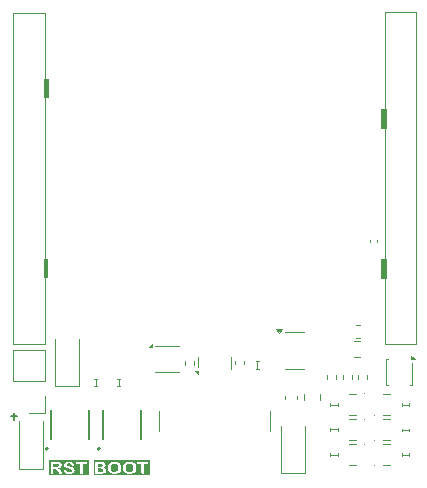
<source format=gto>
%TF.GenerationSoftware,KiCad,Pcbnew,9.0.1*%
%TF.CreationDate,2025-12-21T16:37:51-06:00*%
%TF.ProjectId,ProtoCarrier_v1,50726f74-6f43-4617-9272-6965725f7631,rev?*%
%TF.SameCoordinates,Original*%
%TF.FileFunction,Legend,Top*%
%TF.FilePolarity,Positive*%
%FSLAX46Y46*%
G04 Gerber Fmt 4.6, Leading zero omitted, Abs format (unit mm)*
G04 Created by KiCad (PCBNEW 9.0.1) date 2025-12-21 16:37:51*
%MOMM*%
%LPD*%
G01*
G04 APERTURE LIST*
%ADD10C,0.150000*%
%ADD11C,0.200000*%
%ADD12C,0.120000*%
%ADD13C,0.100000*%
%ADD14C,0.127000*%
G04 APERTURE END LIST*
D10*
X133043750Y-114950000D02*
X133043750Y-114400000D01*
X132781250Y-114675000D02*
X133318750Y-114675000D01*
D11*
G36*
X141605512Y-118675005D02*
G01*
X141662709Y-118688784D01*
X141714680Y-118711420D01*
X141760241Y-118742533D01*
X141798771Y-118782585D01*
X141830543Y-118832930D01*
X141852430Y-118887598D01*
X141866255Y-118950540D01*
X141871130Y-119023135D01*
X141865719Y-119101655D01*
X141850583Y-119167613D01*
X141826961Y-119222986D01*
X141793020Y-119273737D01*
X141753549Y-119313143D01*
X141708360Y-119342787D01*
X141657206Y-119364270D01*
X141603061Y-119377141D01*
X141545029Y-119381500D01*
X141477730Y-119375775D01*
X141417510Y-119359091D01*
X141363232Y-119331296D01*
X141314567Y-119291435D01*
X141275634Y-119241635D01*
X141245120Y-119177313D01*
X141226898Y-119105958D01*
X141220473Y-119023135D01*
X141226909Y-118941040D01*
X141245120Y-118870727D01*
X141275167Y-118807413D01*
X141312250Y-118759352D01*
X141358942Y-118720928D01*
X141413577Y-118693040D01*
X141474482Y-118676064D01*
X141541869Y-118670265D01*
X141605512Y-118675005D01*
G37*
G36*
X142879580Y-118675005D02*
G01*
X142936777Y-118688784D01*
X142988748Y-118711420D01*
X143034309Y-118742533D01*
X143072840Y-118782585D01*
X143104611Y-118832930D01*
X143126498Y-118887598D01*
X143140324Y-118950540D01*
X143145198Y-119023135D01*
X143139787Y-119101655D01*
X143124651Y-119167613D01*
X143101030Y-119222986D01*
X143067089Y-119273737D01*
X143027618Y-119313143D01*
X142982428Y-119342787D01*
X142931275Y-119364270D01*
X142877130Y-119377141D01*
X142819097Y-119381500D01*
X142751798Y-119375775D01*
X142691578Y-119359091D01*
X142637301Y-119331296D01*
X142588636Y-119291435D01*
X142549702Y-119241635D01*
X142519188Y-119177313D01*
X142500966Y-119105958D01*
X142494541Y-119023135D01*
X142500977Y-118941040D01*
X142519188Y-118870727D01*
X142549236Y-118807413D01*
X142586318Y-118759352D01*
X142633011Y-118720928D01*
X142687646Y-118693040D01*
X142748550Y-118676064D01*
X142815937Y-118670265D01*
X142879580Y-118675005D01*
G37*
G36*
X140432860Y-119089007D02*
G01*
X140491773Y-119100879D01*
X140534074Y-119118267D01*
X140567033Y-119144623D01*
X140587230Y-119179872D01*
X140594533Y-119227016D01*
X140588261Y-119271089D01*
X140570718Y-119305635D01*
X140542101Y-119332966D01*
X140500358Y-119354043D01*
X140441542Y-119368286D01*
X140360280Y-119373684D01*
X140111912Y-119373684D01*
X140111912Y-119084501D01*
X140352415Y-119084501D01*
X140432860Y-119089007D01*
G37*
G36*
X140384111Y-118685362D02*
G01*
X140444895Y-118694101D01*
X140486956Y-118706474D01*
X140520106Y-118727472D01*
X140540579Y-118759069D01*
X140548188Y-118805270D01*
X140543272Y-118838640D01*
X140528808Y-118868224D01*
X140509597Y-118892022D01*
X140485908Y-118909692D01*
X140457113Y-118921896D01*
X140405103Y-118931934D01*
X140323344Y-118936001D01*
X140111912Y-118936001D01*
X140111912Y-118681988D01*
X140299048Y-118681988D01*
X140384111Y-118685362D01*
G37*
G36*
X144533607Y-119656742D02*
G01*
X139763037Y-119656742D01*
X139763037Y-118651824D01*
X139874148Y-118651824D01*
X139874148Y-118936001D01*
X139874148Y-119373684D01*
X139874148Y-119403848D01*
X139878498Y-119446726D01*
X139890026Y-119477715D01*
X139907362Y-119499774D01*
X139931967Y-119515498D01*
X139967500Y-119526003D01*
X140017818Y-119530000D01*
X140369689Y-119530000D01*
X140458181Y-119527885D01*
X140529510Y-119522123D01*
X140595604Y-119511037D01*
X140651060Y-119494951D01*
X140703798Y-119469350D01*
X140748364Y-119436179D01*
X140785601Y-119394811D01*
X140813181Y-119347980D01*
X140829793Y-119297486D01*
X140835457Y-119242342D01*
X140829072Y-119183832D01*
X140810879Y-119134105D01*
X140781405Y-119091403D01*
X140739925Y-119054553D01*
X140684623Y-119023135D01*
X140979478Y-119023135D01*
X140983691Y-119097962D01*
X140996017Y-119167895D01*
X141016133Y-119233489D01*
X141045019Y-119296249D01*
X141081186Y-119351545D01*
X141124623Y-119400184D01*
X141175853Y-119442497D01*
X141235245Y-119478255D01*
X141303753Y-119507590D01*
X141376508Y-119528305D01*
X141457057Y-119541169D01*
X141546574Y-119545631D01*
X141636719Y-119541257D01*
X141716971Y-119528710D01*
X141788621Y-119508628D01*
X141856077Y-119479938D01*
X141915249Y-119444331D01*
X141966980Y-119401589D01*
X142010995Y-119352540D01*
X142047245Y-119297650D01*
X142075820Y-119236236D01*
X142095606Y-119171959D01*
X142107882Y-119101645D01*
X142112124Y-119024539D01*
X142112017Y-119023135D01*
X142253547Y-119023135D01*
X142257759Y-119097962D01*
X142270086Y-119167895D01*
X142290201Y-119233489D01*
X142319088Y-119296249D01*
X142355255Y-119351545D01*
X142398691Y-119400184D01*
X142449921Y-119442497D01*
X142509314Y-119478255D01*
X142577822Y-119507590D01*
X142650577Y-119528305D01*
X142731125Y-119541169D01*
X142820642Y-119545631D01*
X142910788Y-119541257D01*
X142991040Y-119528710D01*
X143062690Y-119508628D01*
X143130145Y-119479938D01*
X143189317Y-119444331D01*
X143241048Y-119401589D01*
X143285063Y-119352540D01*
X143321313Y-119297650D01*
X143349889Y-119236236D01*
X143369675Y-119171959D01*
X143381950Y-119101645D01*
X143386192Y-119024539D01*
X143378323Y-118920798D01*
X143355850Y-118829957D01*
X143319905Y-118750071D01*
X143282526Y-118694523D01*
X143237795Y-118646332D01*
X143194457Y-118612013D01*
X143439138Y-118612013D01*
X143446769Y-118647190D01*
X143468911Y-118674112D01*
X143490412Y-118686460D01*
X143519725Y-118694586D01*
X143559284Y-118697620D01*
X143811514Y-118697620D01*
X143811514Y-119420518D01*
X143815770Y-119461376D01*
X143827220Y-119491864D01*
X143844728Y-119514429D01*
X143868906Y-119531669D01*
X143897182Y-119542028D01*
X143930817Y-119545631D01*
X143963956Y-119542073D01*
X143991841Y-119531839D01*
X144015713Y-119514795D01*
X144032978Y-119492431D01*
X144044335Y-119461864D01*
X144048576Y-119420518D01*
X144048576Y-118697620D01*
X144300876Y-118697620D01*
X144356266Y-118691113D01*
X144391951Y-118674112D01*
X144414696Y-118647133D01*
X144422496Y-118612013D01*
X144414782Y-118576760D01*
X144392302Y-118549548D01*
X144370539Y-118537003D01*
X144340884Y-118528752D01*
X144300876Y-118525673D01*
X143559284Y-118525673D01*
X143505820Y-118532010D01*
X143470105Y-118548815D01*
X143447127Y-118575685D01*
X143439138Y-118612013D01*
X143194457Y-118612013D01*
X143185385Y-118604829D01*
X143124624Y-118569637D01*
X143059225Y-118542621D01*
X142986691Y-118522789D01*
X142905991Y-118510430D01*
X142815937Y-118506133D01*
X142728402Y-118510373D01*
X142649934Y-118522571D01*
X142579367Y-118542159D01*
X142512835Y-118570030D01*
X142454185Y-118604626D01*
X142402623Y-118646146D01*
X142358625Y-118693867D01*
X142321661Y-118748463D01*
X142291746Y-118810765D01*
X142270855Y-118875990D01*
X142257975Y-118946548D01*
X142253547Y-119023135D01*
X142112017Y-119023135D01*
X142104254Y-118920798D01*
X142081781Y-118829957D01*
X142045836Y-118750071D01*
X142008457Y-118694523D01*
X141963727Y-118646332D01*
X141911317Y-118604829D01*
X141850555Y-118569637D01*
X141785157Y-118542621D01*
X141712622Y-118522789D01*
X141631922Y-118510430D01*
X141541869Y-118506133D01*
X141454333Y-118510373D01*
X141375866Y-118522571D01*
X141305298Y-118542159D01*
X141238766Y-118570030D01*
X141180116Y-118604626D01*
X141128555Y-118646146D01*
X141084556Y-118693867D01*
X141047593Y-118748463D01*
X141017678Y-118810765D01*
X140996787Y-118875990D01*
X140983907Y-118946548D01*
X140979478Y-119023135D01*
X140684623Y-119023135D01*
X140684546Y-119023091D01*
X140612369Y-118997306D01*
X140675465Y-118965369D01*
X140721952Y-118928178D01*
X140754481Y-118885466D01*
X140774326Y-118836140D01*
X140781248Y-118778403D01*
X140777041Y-118735340D01*
X140764606Y-118694994D01*
X140744248Y-118657275D01*
X140716294Y-118622882D01*
X140682132Y-118593037D01*
X140643406Y-118569026D01*
X140592610Y-118547841D01*
X140534355Y-118534588D01*
X140470899Y-118528078D01*
X140390896Y-118525673D01*
X140017818Y-118525673D01*
X139968545Y-118529555D01*
X139933181Y-118539828D01*
X139908205Y-118555287D01*
X139890485Y-118576993D01*
X139878644Y-118608090D01*
X139874148Y-118651824D01*
X139763037Y-118651824D01*
X139763037Y-118395022D01*
X144533607Y-118395022D01*
X144533607Y-119656742D01*
G37*
G36*
X136684774Y-118686708D02*
G01*
X136735131Y-118696826D01*
X136773314Y-118716288D01*
X136801629Y-118743232D01*
X136819511Y-118776356D01*
X136825644Y-118815101D01*
X136821972Y-118848997D01*
X136811827Y-118875802D01*
X136795871Y-118897044D01*
X136760810Y-118921708D01*
X136709290Y-118939176D01*
X136648994Y-118948217D01*
X136568640Y-118951632D01*
X136361912Y-118951632D01*
X136361912Y-118681988D01*
X136574889Y-118681988D01*
X136684774Y-118686708D01*
G37*
G36*
X139338764Y-119656742D02*
G01*
X136013037Y-119656742D01*
X136013037Y-118651641D01*
X136124148Y-118651641D01*
X136124148Y-118951632D01*
X136124148Y-119420334D01*
X136128126Y-119460425D01*
X136138876Y-119490814D01*
X136155326Y-119513696D01*
X136178428Y-119531126D01*
X136207221Y-119541822D01*
X136243452Y-119545631D01*
X136277117Y-119542071D01*
X136305218Y-119531876D01*
X136329050Y-119514979D01*
X136346263Y-119492747D01*
X136357643Y-119462007D01*
X136361912Y-119420029D01*
X136361912Y-119100132D01*
X136441401Y-119100132D01*
X136500049Y-119104020D01*
X136543431Y-119114359D01*
X136581952Y-119133606D01*
X136623200Y-119167238D01*
X136662416Y-119211181D01*
X136712801Y-119280200D01*
X136806334Y-119415511D01*
X136858718Y-119488173D01*
X136880165Y-119510962D01*
X136905273Y-119529328D01*
X136934833Y-119541356D01*
X136972404Y-119545631D01*
X137004545Y-119542651D01*
X137031599Y-119534152D01*
X137054673Y-119520449D01*
X137072116Y-119502705D01*
X137083426Y-119482248D01*
X137087002Y-119462405D01*
X137082330Y-119439560D01*
X137062144Y-119391758D01*
X137033683Y-119339724D01*
X136992767Y-119277269D01*
X136971408Y-119249609D01*
X137242820Y-119249609D01*
X137247935Y-119291193D01*
X137263897Y-119334818D01*
X137292255Y-119381378D01*
X137328613Y-119423570D01*
X137371280Y-119459467D01*
X137420757Y-119489516D01*
X137497535Y-119519525D01*
X137590498Y-119538736D01*
X137703111Y-119545631D01*
X137797331Y-119540695D01*
X137879022Y-119526685D01*
X137950004Y-119504476D01*
X138015428Y-119472625D01*
X138067638Y-119434712D01*
X138108350Y-119390537D01*
X138138334Y-119340247D01*
X138156397Y-119285920D01*
X138162559Y-119226467D01*
X138158759Y-119176157D01*
X138148068Y-119133564D01*
X138131241Y-119097445D01*
X138093877Y-119049355D01*
X138044239Y-119010434D01*
X137984451Y-118979425D01*
X137909347Y-118952060D01*
X137827694Y-118929630D01*
X137732744Y-118908279D01*
X137621305Y-118882390D01*
X137554947Y-118857965D01*
X137525233Y-118840487D01*
X137503827Y-118820963D01*
X137490084Y-118797841D01*
X137485359Y-118770160D01*
X137491090Y-118740803D01*
X137508542Y-118713995D01*
X137539990Y-118688644D01*
X137578283Y-118670448D01*
X137625621Y-118658825D01*
X137684222Y-118654633D01*
X137747874Y-118658883D01*
X137792987Y-118669985D01*
X137824240Y-118686263D01*
X137863533Y-118722821D01*
X137899024Y-118774740D01*
X137924473Y-118810805D01*
X137944878Y-118831770D01*
X137969709Y-118844519D01*
X138007093Y-118849295D01*
X138035571Y-118845964D01*
X138060260Y-118836218D01*
X138082158Y-118819619D01*
X138104880Y-118787825D01*
X138112282Y-118752941D01*
X138106560Y-118713134D01*
X138088477Y-118670753D01*
X138058884Y-118630769D01*
X138037662Y-118612013D01*
X138244295Y-118612013D01*
X138251926Y-118647190D01*
X138274068Y-118674112D01*
X138295569Y-118686460D01*
X138324882Y-118694586D01*
X138364441Y-118697620D01*
X138616671Y-118697620D01*
X138616671Y-119420518D01*
X138620927Y-119461376D01*
X138632377Y-119491864D01*
X138649885Y-119514429D01*
X138674063Y-119531669D01*
X138702339Y-119542028D01*
X138735974Y-119545631D01*
X138769113Y-119542073D01*
X138796998Y-119531839D01*
X138820870Y-119514795D01*
X138838135Y-119492431D01*
X138849492Y-119461864D01*
X138853733Y-119420518D01*
X138853733Y-118697620D01*
X139106033Y-118697620D01*
X139161423Y-118691113D01*
X139197108Y-118674112D01*
X139219853Y-118647133D01*
X139227653Y-118612013D01*
X139219939Y-118576760D01*
X139197459Y-118549548D01*
X139175696Y-118537003D01*
X139146041Y-118528752D01*
X139106033Y-118525673D01*
X138364441Y-118525673D01*
X138310977Y-118532010D01*
X138275262Y-118548815D01*
X138252284Y-118575685D01*
X138244295Y-118612013D01*
X138037662Y-118612013D01*
X138013272Y-118590458D01*
X137956865Y-118556787D01*
X137884138Y-118529214D01*
X137802311Y-118512298D01*
X137699951Y-118506133D01*
X137611835Y-118510303D01*
X137535059Y-118522142D01*
X137468085Y-118540877D01*
X137405799Y-118568218D01*
X137356055Y-118601326D01*
X137317113Y-118640284D01*
X137288212Y-118685251D01*
X137270816Y-118734235D01*
X137264869Y-118788356D01*
X137270746Y-118845262D01*
X137287436Y-118893494D01*
X137314304Y-118934719D01*
X137350570Y-118970761D01*
X137394736Y-119001685D01*
X137447792Y-119027653D01*
X137537526Y-119058186D01*
X137656274Y-119086943D01*
X137803876Y-119121687D01*
X137854706Y-119142063D01*
X137893407Y-119168642D01*
X137912287Y-119190656D01*
X137923828Y-119216823D01*
X137927885Y-119248326D01*
X137920937Y-119286847D01*
X137900211Y-119320826D01*
X137863774Y-119351702D01*
X137818778Y-119374034D01*
X137763925Y-119388163D01*
X137696791Y-119393224D01*
X137626264Y-119387566D01*
X137576083Y-119372646D01*
X137534699Y-119348728D01*
X137504880Y-119320195D01*
X137481342Y-119285906D01*
X137457763Y-119240755D01*
X137436527Y-119203598D01*
X137413384Y-119179145D01*
X137384663Y-119163569D01*
X137349554Y-119158262D01*
X137306790Y-119165109D01*
X137272944Y-119185129D01*
X137250356Y-119214672D01*
X137242820Y-119249609D01*
X136971408Y-119249609D01*
X136945293Y-119215791D01*
X136891581Y-119157773D01*
X136832650Y-119107486D01*
X136777824Y-119075219D01*
X136869597Y-119051239D01*
X136940130Y-119019632D01*
X136993399Y-118981186D01*
X137024662Y-118945914D01*
X137047397Y-118905030D01*
X137061625Y-118857458D01*
X137066639Y-118801789D01*
X137061123Y-118748205D01*
X137044800Y-118698047D01*
X137017938Y-118652017D01*
X136981041Y-118612074D01*
X136935901Y-118579326D01*
X136884559Y-118555226D01*
X136837553Y-118540550D01*
X136783442Y-118531535D01*
X136648760Y-118525673D01*
X136269363Y-118525673D01*
X136219586Y-118529594D01*
X136183832Y-118539971D01*
X136158556Y-118555593D01*
X136140589Y-118577495D01*
X136128656Y-118608485D01*
X136124148Y-118651641D01*
X136013037Y-118651641D01*
X136013037Y-118395022D01*
X139338764Y-118395022D01*
X139338764Y-119656742D01*
G37*
D12*
%TO.C,C14*%
X162299159Y-106981422D02*
X162017997Y-106981422D01*
X162299159Y-108001422D02*
X162017997Y-108001422D01*
%TO.C,C1*%
X139832163Y-111500000D02*
X140047837Y-111500000D01*
X139832163Y-112100000D02*
X140047837Y-112100000D01*
X139940000Y-112100000D02*
X139940000Y-111500000D01*
D13*
%TO.C,LED1*%
X162025000Y-112775000D02*
X161425000Y-112775000D01*
X162025000Y-114575000D02*
X161425000Y-114575000D01*
X162775000Y-112775000D02*
G75*
G02*
X162675000Y-112775000I-50000J0D01*
G01*
X162675000Y-112775000D02*
G75*
G02*
X162775000Y-112775000I50000J0D01*
G01*
D12*
%TO.C,R5*%
X162170000Y-111186360D02*
X162170000Y-111493642D01*
X162930000Y-111186360D02*
X162930000Y-111493642D01*
%TO.C,U1*%
X144962500Y-108740000D02*
X146962500Y-108740000D01*
X144962500Y-110960000D02*
X146962500Y-110960000D01*
X144722500Y-108840000D02*
X144442500Y-108840000D01*
X144722500Y-108560000D01*
X144722500Y-108840000D01*
G36*
X144722500Y-108840000D02*
G01*
X144442500Y-108840000D01*
X144722500Y-108560000D01*
X144722500Y-108840000D01*
G37*
%TO.C,D1*%
X136500000Y-112110000D02*
X136500000Y-108100000D01*
X136500000Y-112110000D02*
X138500000Y-112110000D01*
X138500000Y-112110000D02*
X138500000Y-108100000D01*
%TO.C,C2*%
X141880000Y-111500000D02*
X141880000Y-112100000D01*
X141987837Y-111500000D02*
X141772163Y-111500000D01*
X141987837Y-112100000D02*
X141772163Y-112100000D01*
D13*
%TO.C,LED4*%
X164250000Y-117025000D02*
X164850000Y-117025000D01*
X164250000Y-118825000D02*
X164850000Y-118825000D01*
X163600000Y-118825000D02*
G75*
G02*
X163500000Y-118825000I-50000J0D01*
G01*
X163500000Y-118825000D02*
G75*
G02*
X163600000Y-118825000I50000J0D01*
G01*
D12*
%TO.C,R3*%
X159570000Y-111513640D02*
X159570000Y-111206358D01*
X160330000Y-111513640D02*
X160330000Y-111206358D01*
D13*
%TO.C,LED2*%
X162025000Y-114900000D02*
X161425000Y-114900000D01*
X162025000Y-116700000D02*
X161425000Y-116700000D01*
X162775000Y-114900000D02*
G75*
G02*
X162675000Y-114900000I-50000J0D01*
G01*
X162675000Y-114900000D02*
G75*
G02*
X162775000Y-114900000I50000J0D01*
G01*
D12*
%TO.C,J2*%
X132920000Y-111700000D02*
X132920000Y-109050000D01*
X135679999Y-112970000D02*
X135680000Y-114350000D01*
X135680000Y-109050000D02*
X132920000Y-109050000D01*
X135680000Y-111700000D02*
X132920000Y-111700000D01*
X135680000Y-111700000D02*
X135680000Y-109050000D01*
X135680000Y-114350000D02*
X134300000Y-114349999D01*
%TO.C,C11*%
X165850000Y-115717163D02*
X165850000Y-115932837D01*
X165850000Y-115825000D02*
X166450000Y-115825000D01*
X166450000Y-115717163D02*
X166450000Y-115932837D01*
%TO.C,C13*%
X163175000Y-99937837D02*
X163175000Y-99722163D01*
X163775000Y-99937837D02*
X163775000Y-99722163D01*
%TO.C,C10*%
X165850000Y-117817163D02*
X165850000Y-118032837D01*
X165850000Y-117925000D02*
X166450000Y-117925000D01*
X166450000Y-117817163D02*
X166450000Y-118032837D01*
D13*
%TO.C,LED5*%
X164250000Y-114900000D02*
X164850000Y-114900000D01*
X164250000Y-116700000D02*
X164850000Y-116700000D01*
X163600000Y-116700000D02*
G75*
G02*
X163500000Y-116700000I-50000J0D01*
G01*
X163500000Y-116700000D02*
G75*
G02*
X163600000Y-116700000I50000J0D01*
G01*
%TO.C,LED3*%
X162025000Y-117025000D02*
X161425000Y-117025000D01*
X162025000Y-118825000D02*
X161425000Y-118825000D01*
X162775000Y-117025000D02*
G75*
G02*
X162675000Y-117025000I-50000J0D01*
G01*
X162675000Y-117025000D02*
G75*
G02*
X162775000Y-117025000I50000J0D01*
G01*
D12*
%TO.C,Q1*%
X164490000Y-109815000D02*
X164490000Y-112035000D01*
X164670000Y-109815000D02*
X164490000Y-109815000D01*
X164670000Y-112035000D02*
X164490000Y-112035000D01*
X166710000Y-110135000D02*
X166710000Y-112035000D01*
X166710000Y-112035000D02*
X166530000Y-112035000D01*
X166940001Y-109815000D02*
X166660000Y-109815000D01*
X166660000Y-109535000D01*
X166940001Y-109815000D01*
G36*
X166940001Y-109815000D02*
G01*
X166660000Y-109815000D01*
X166660000Y-109535000D01*
X166940001Y-109815000D01*
G37*
%TO.C,R4*%
X160879999Y-111196359D02*
X160879999Y-111503641D01*
X161639999Y-111196359D02*
X161639999Y-111503641D01*
%TO.C,C4*%
X155952500Y-113228081D02*
X155952500Y-112946919D01*
X156972500Y-113228081D02*
X156972500Y-112946919D01*
%TO.C,C3*%
X153537163Y-110025000D02*
X153752837Y-110025000D01*
X153537163Y-110625000D02*
X153752837Y-110625000D01*
X153645000Y-110625000D02*
X153645000Y-110025000D01*
%TO.C,C8*%
X159825000Y-115882837D02*
X159825000Y-115667163D01*
X160425000Y-115775000D02*
X159825000Y-115775000D01*
X160425000Y-115882837D02*
X160425000Y-115667163D01*
%TO.C,J1*%
X132970000Y-80510000D02*
X132970000Y-108560000D01*
X132970000Y-80510000D02*
X135630000Y-80510000D01*
X132975000Y-108560000D02*
X135625000Y-108560000D01*
X135625000Y-80510000D02*
X135625000Y-108540011D01*
D13*
X135550000Y-101360000D02*
X135850000Y-101360000D01*
X135850000Y-102910000D01*
X135550000Y-102910000D01*
X135550000Y-101360000D01*
G36*
X135550000Y-101360000D02*
G01*
X135850000Y-101360000D01*
X135850000Y-102910000D01*
X135550000Y-102910000D01*
X135550000Y-101360000D01*
G37*
X135600000Y-86110000D02*
X135900000Y-86110000D01*
X135900000Y-87660000D01*
X135600000Y-87660000D01*
X135600000Y-86110000D01*
G36*
X135600000Y-86110000D02*
G01*
X135900000Y-86110000D01*
X135900000Y-87660000D01*
X135600000Y-87660000D01*
X135600000Y-86110000D01*
G37*
D14*
%TO.C,SW1*%
X136150000Y-116558500D02*
X136150000Y-114098500D01*
X139350000Y-116558500D02*
X139350000Y-114098500D01*
D11*
X135900000Y-117428500D02*
G75*
G02*
X135700000Y-117428500I-100000J0D01*
G01*
X135700000Y-117428500D02*
G75*
G02*
X135900000Y-117428500I100000J0D01*
G01*
D12*
%TO.C,R2*%
X151732500Y-110266143D02*
X151732500Y-109958861D01*
X152492500Y-110266143D02*
X152492500Y-109958861D01*
D13*
%TO.C,LED6*%
X164250000Y-112775000D02*
X164850000Y-112775000D01*
X164250000Y-114575000D02*
X164850000Y-114575000D01*
X163600000Y-114575000D02*
G75*
G02*
X163500000Y-114575000I-50000J0D01*
G01*
X163500000Y-114575000D02*
G75*
G02*
X163600000Y-114575000I50000J0D01*
G01*
D12*
%TO.C,C5*%
X157600000Y-113286252D02*
X157600000Y-112763748D01*
X158950000Y-113286252D02*
X158950000Y-112763748D01*
%TO.C,C6*%
X162361252Y-108275000D02*
X161838748Y-108275000D01*
X162361252Y-109625000D02*
X161838748Y-109625000D01*
%TO.C,D3*%
X155650000Y-119460000D02*
X155650000Y-115450000D01*
X155650000Y-119460000D02*
X157650000Y-119460000D01*
X157650000Y-119460000D02*
X157650000Y-115450000D01*
%TO.C,R1*%
X147532500Y-110286141D02*
X147532500Y-109978859D01*
X148292500Y-110286141D02*
X148292500Y-109978859D01*
%TO.C,U3*%
X156750000Y-107527499D02*
X155950000Y-107527500D01*
X156750000Y-107527499D02*
X157550000Y-107527500D01*
X156750000Y-110647501D02*
X155950000Y-110647500D01*
X156750000Y-110647501D02*
X157550000Y-110647500D01*
X155450000Y-107577500D02*
X155210000Y-107247500D01*
X155690000Y-107247500D01*
X155450000Y-107577500D01*
G36*
X155450000Y-107577500D02*
G01*
X155210000Y-107247500D01*
X155690000Y-107247500D01*
X155450000Y-107577500D01*
G37*
%TO.C,U2*%
X148602500Y-109687500D02*
X148602499Y-110477500D01*
X151422500Y-109687500D02*
X151422500Y-110687500D01*
X148602500Y-111087501D02*
X148322500Y-110807500D01*
X148602500Y-110807500D01*
X148602500Y-111087501D01*
G36*
X148602500Y-111087501D02*
G01*
X148322500Y-110807500D01*
X148602500Y-110807500D01*
X148602500Y-111087501D01*
G37*
%TO.C,C7*%
X159825000Y-113782837D02*
X159825000Y-113567163D01*
X160425000Y-113675000D02*
X159825000Y-113675000D01*
X160425000Y-113782837D02*
X160425000Y-113567163D01*
%TO.C,J4*%
X145330000Y-115900000D02*
X145330000Y-114200000D01*
X154670000Y-115900000D02*
X154670000Y-114200000D01*
%TO.C,C9*%
X159825000Y-118032837D02*
X159825000Y-117817163D01*
X160425000Y-117925000D02*
X159825000Y-117925000D01*
X160425000Y-118032837D02*
X160425000Y-117817163D01*
D14*
%TO.C,SW2*%
X140550000Y-116555000D02*
X140550000Y-114095000D01*
X143750000Y-116555000D02*
X143750000Y-114095000D01*
D11*
X140300000Y-117425000D02*
G75*
G02*
X140100000Y-117425000I-100000J0D01*
G01*
X140100000Y-117425000D02*
G75*
G02*
X140300000Y-117425000I100000J0D01*
G01*
D12*
%TO.C,D2*%
X133450000Y-119110000D02*
X133450000Y-115100000D01*
X133450000Y-119110000D02*
X135450000Y-119110000D01*
X135450000Y-119110000D02*
X135450000Y-115100000D01*
%TO.C,J3*%
X164400000Y-80475000D02*
X167075000Y-80475000D01*
X164400018Y-80475000D02*
X164420000Y-108530000D01*
X164420000Y-108530000D02*
X167080000Y-108530000D01*
X167075000Y-80475000D02*
X167080000Y-108530000D01*
D13*
X164112500Y-101325000D02*
X164487500Y-101325000D01*
X164487500Y-102925000D01*
X164112500Y-102925000D01*
X164112500Y-101325000D01*
G36*
X164112500Y-101325000D02*
G01*
X164487500Y-101325000D01*
X164487500Y-102925000D01*
X164112500Y-102925000D01*
X164112500Y-101325000D01*
G37*
X164137500Y-88625000D02*
X164512500Y-88625000D01*
X164512500Y-90225000D01*
X164137500Y-90225000D01*
X164137500Y-88625000D01*
G36*
X164137500Y-88625000D02*
G01*
X164512500Y-88625000D01*
X164512500Y-90225000D01*
X164137500Y-90225000D01*
X164137500Y-88625000D01*
G37*
D12*
%TO.C,C12*%
X165850000Y-113567163D02*
X165850000Y-113782837D01*
X165850000Y-113675000D02*
X166450000Y-113675000D01*
X166450000Y-113567163D02*
X166450000Y-113782837D01*
%TD*%
M02*

</source>
